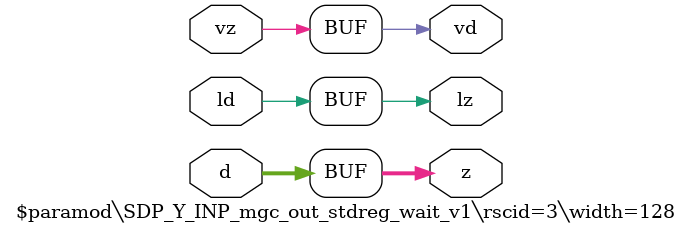
<source format=v>
module \$paramod\SDP_Y_INP_mgc_out_stdreg_wait_v1\rscid=3\width=128 (ld, vd, d, lz, vz, z);
  (* src = "./vmod/nvdla/sdp/NV_NVDLA_SDP_CORE_Y_inp.v:47" *)
  input [127:0] d;
  (* src = "./vmod/nvdla/sdp/NV_NVDLA_SDP_CORE_Y_inp.v:45" *)
  input ld;
  (* src = "./vmod/nvdla/sdp/NV_NVDLA_SDP_CORE_Y_inp.v:48" *)
  output lz;
  (* src = "./vmod/nvdla/sdp/NV_NVDLA_SDP_CORE_Y_inp.v:46" *)
  output vd;
  (* src = "./vmod/nvdla/sdp/NV_NVDLA_SDP_CORE_Y_inp.v:49" *)
  input vz;
  (* src = "./vmod/nvdla/sdp/NV_NVDLA_SDP_CORE_Y_inp.v:50" *)
  output [127:0] z;
  assign lz = ld;
  assign vd = vz;
  assign z = d;
endmodule

</source>
